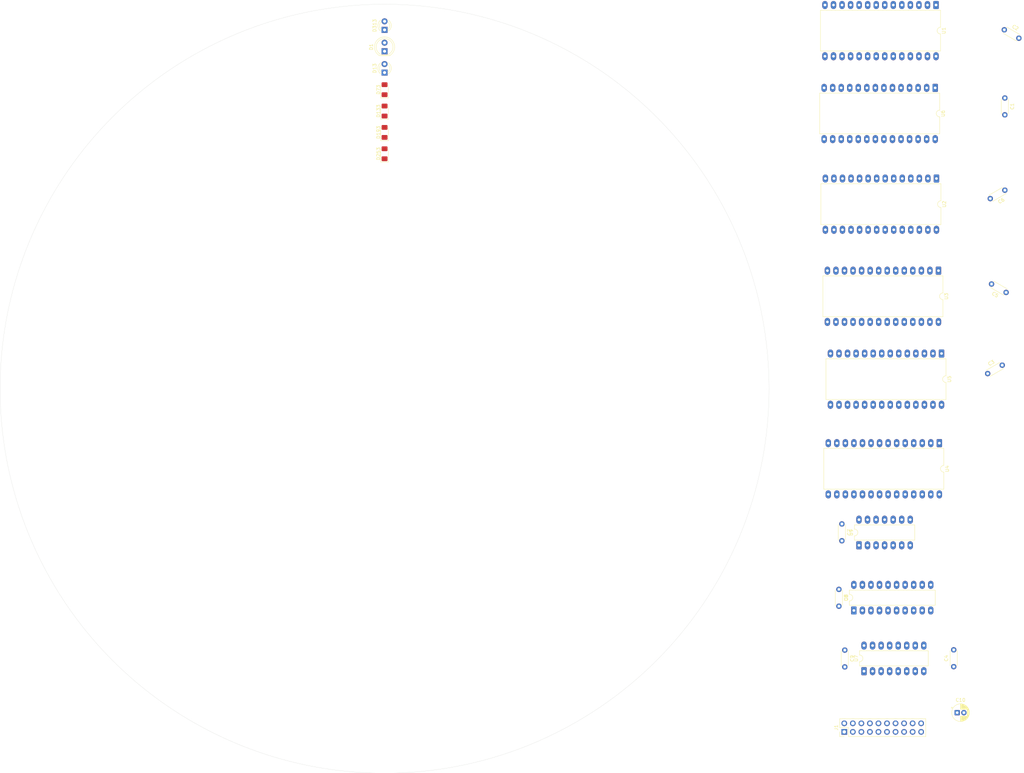
<source format=kicad_pcb>
(kicad_pcb (version 20241229) (generator "pcbnew") (generator_version "9.0")
  (layers (0 "F.Cu" signal) (2 "B.Cu" signal) (13 "F.Paste" user) (15 "B.Paste" user) (5 "F.SilkS" user "F.Silkscreen") (7 "B.SilkS" user "B.Silkscreen") (1 "F.Mask" user) (3 "B.Mask" user) (25 "Edge.Cuts" user))
  (net 0 "")
  (net 1 "Net-(J1-Pin_6)")
  (net 2 "GND")
  (net 3 "Net-(J1-Pin_14)")
  (net 4 "Net-(J1-Pin_9)")
  (net 5 "Net-(J1-Pin_16)")
  (net 6 "Net-(J1-Pin_7)")
  (net 7 "Net-(J1-Pin_8)")
  (net 8 "/A0")
  (net 9 "Net-(J1-Pin_12)")
  (net 10 "Net-(J1-Pin_15)")
  (net 11 "Net-(J1-Pin_13)")
  (net 12 "/~{WR}")
  (net 13 "/A2")
  (net 14 "/R5_X0")
  (net 15 "/R5_Y0")
  (net 16 "/R5_X1")
  (net 17 "/R5_X2")
  (net 18 "/R5_X3")
  (net 19 "/R5_X4")
  (net 20 "/R5_X5")
  (net 21 "/R5_X6")
  (net 22 "/R5_X7")
  (net 23 "/R5_Y1")
  (net 24 "/R5_Y2")
  (net 25 "/R5_Y3")
  (net 26 "/R5_Y4")
  (net 27 "/R5_Y5")
  (net 28 "/R5_Y6")
  (net 29 "/R5_Y7")
  (net 30 "/R4_Y0")
  (net 31 "/R4_X0")
  (net 32 "/R4_X1")
  (net 33 "/R4_X2")
  (net 34 "/R4_X3")
  (net 35 "/R4_X4")
  (net 36 "/R4_X5")
  (net 37 "/R4_X6")
  (net 38 "/R4_X7")
  (net 39 "/R4_Y1")
  (net 40 "/R4_Y2")
  (net 41 "/R4_Y3")
  (net 42 "/R4_Y4")
  (net 43 "/R4_Y5")
  (net 44 "/R4_Y6")
  (net 45 "/R4_Y7")
  (net 46 "/R3_Y0")
  (net 47 "/R3_X0")
  (net 48 "/R3_X1")
  (net 49 "/R3_X2")
  (net 50 "/R3_X3")
  (net 51 "/R3_X4")
  (net 52 "/R3_X5")
  (net 53 "/R3_X6")
  (net 54 "/R3_X7")
  (net 55 "/R3_Y1")
  (net 56 "/R3_Y2")
  (net 57 "/R3_Y3")
  (net 58 "/R3_Y4")
  (net 59 "/R3_Y5")
  (net 60 "/R3_Y6")
  (net 61 "/R3_Y7")
  (net 62 "/R2_X0")
  (net 63 "/R2_Y0")
  (net 64 "/R2_X1")
  (net 65 "/R2_X2")
  (net 66 "/R2_X3")
  (net 67 "/R2_X4")
  (net 68 "/R2_X5")
  (net 69 "/R2_X6")
  (net 70 "/R2_X7")
  (net 71 "/R2_Y1")
  (net 72 "/R2_Y2")
  (net 73 "/R2_Y3")
  (net 74 "/R2_Y4")
  (net 75 "/R2_Y5")
  (net 76 "/R2_Y6")
  (net 77 "/R2_Y7")
  (net 78 "/R1_Y0")
  (net 79 "/R1_X0")
  (net 80 "/R1_X1")
  (net 81 "/R1_X2")
  (net 82 "/R1_X3")
  (net 83 "/R1_X4")
  (net 84 "/R1_X5")
  (net 85 "/R1_X6")
  (net 86 "/R1_X7")
  (net 87 "/R1_Y1")
  (net 88 "/R1_Y2")
  (net 89 "/R1_Y3")
  (net 90 "/R1_Y4")
  (net 91 "/R1_Y5")
  (net 92 "/R1_Y6")
  (net 93 "/R1_Y7")
  (net 94 "VCC")
  (net 95 "/A1")
  (net 96 "/D4")
  (net 97 "/D1")
  (net 98 "/D7")
  (net 99 "/MODE")
  (net 100 "/D5")
  (net 101 "/D3")
  (net 102 "/D0")
  (net 103 "/D6")
  (net 104 "/~{RING7}")
  (net 105 "/D2")
  (net 106 "/~{RING5}")
  (net 107 "/~{RING4}")
  (net 108 "/~{RING3}")
  (net 109 "/~{RING2}")
  (net 110 "/~{RING1}")
  (net 113 "/R7_Y0")
  (net 114 "/R7_X0")
  (net 115 "/R7_X1")
  (net 116 "/R7_X2")
  (net 117 "/R7_X3")
  (net 118 "/R7_X4")
  (net 119 "/R7_X5")
  (net 120 "/R7_X6")
  (net 121 "/R7_X7")
  (net 122 "/R7_Y1")
  (net 123 "/R7_Y2")
  (net 124 "/R7_Y3")
  (net 125 "/R7_Y4")
  (net 126 "/R7_Y5")
  (net 127 "/R7_Y6")
  (net 128 "/R7_Y7")
  (footprint "Connector_PinHeader_2.54mm:PinHeader_2x10_P2.54mm_Vertical" (layer "F.Cu") (at 390.665 279.815 90)
    (property "Reference" "J1" (at 1.27 -2.38 90) (layer "F.SilkS"))
    (property "Value" "CONN_2X10")
    (pad "1" thru_hole rect (at 0 0 90) (size 1.7 1.7) (drill 1) (layers "*.Cu" "*.Mask") (net 94 "VCC"))
    (pad "2" thru_hole circle (at 2.54 0 90) (size 1.7 1.7) (drill 1) (layers "*.Cu" "*.Mask") (net 94 "VCC"))
    (pad "3" thru_hole circle (at 0 2.54 90) (size 1.7 1.7) (drill 1) (layers "*.Cu" "*.Mask") (net 94 "VCC"))
    (pad "4" thru_hole circle (at 2.54 2.54 90) (size 1.7 1.7) (drill 1) (layers "*.Cu" "*.Mask") (net 2 "GND"))
    (pad "5" thru_hole circle (at 0 5.08 90) (size 1.7 1.7) (drill 1) (layers "*.Cu" "*.Mask") (net 2 "GND"))
    (pad "6" thru_hole circle (at 2.54 5.08 90) (size 1.7 1.7) (drill 1) (layers "*.Cu" "*.Mask") (net 1 "Net-(J1-Pin_6)"))
    (pad "7" thru_hole circle (at 0 7.62 90) (size 1.7 1.7) (drill 1) (layers "*.Cu" "*.Mask") (net 6 "Net-(J1-Pin_7)"))
    (pad "8" thru_hole circle (at 2.54 7.62 90) (size 1.7 1.7) (drill 1) (layers "*.Cu" "*.Mask") (net 7 "Net-(J1-Pin_8)"))
    (pad "9" thru_hole circle (at 0 10.16 90) (size 1.7 1.7) (drill 1) (layers "*.Cu" "*.Mask") (net 4 "Net-(J1-Pin_9)"))
    (pad "10" thru_hole circle (at 2.54 10.16 90) (size 1.7 1.7) (drill 1) (layers "*.Cu" "*.Mask") (net 2 "GND"))
    (pad "11" thru_hole circle (at 0 12.7 90) (size 1.7 1.7) (drill 1) (layers "*.Cu" "*.Mask") (net 2 "GND"))
    (pad "12" thru_hole circle (at 2.54 12.7 90) (size 1.7 1.7) (drill 1) (layers "*.Cu" "*.Mask") (net 9 "Net-(J1-Pin_12)"))
    (pad "13" thru_hole circle (at 0 15.24 90) (size 1.7 1.7) (drill 1) (layers "*.Cu" "*.Mask") (net 11 "Net-(J1-Pin_13)"))
    (pad "14" thru_hole circle (at 2.54 15.24 90) (size 1.7 1.7) (drill 1) (layers "*.Cu" "*.Mask") (net 3 "Net-(J1-Pin_14)"))
    (pad "15" thru_hole circle (at 0 17.78 90) (size 1.7 1.7) (drill 1) (layers "*.Cu" "*.Mask") (net 10 "Net-(J1-Pin_15)"))
    (pad "16" thru_hole circle (at 2.54 17.78 90) (size 1.7 1.7) (drill 1) (layers "*.Cu" "*.Mask") (net 5 "Net-(J1-Pin_16)"))
    (pad "17" thru_hole circle (at 0 20.32 90) (size 1.7 1.7) (drill 1) (layers "*.Cu" "*.Mask") (net 12 "/~{WR}"))
    (pad "18" thru_hole circle (at 2.54 20.32 90) (size 1.7 1.7) (drill 1) (layers "*.Cu" "*.Mask") (net 13 "/A2"))
    (pad "19" thru_hole circle (at 0 22.86 90) (size 1.7 1.7) (drill 1) (layers "*.Cu" "*.Mask") (net 95 "/A1"))
    (pad "20" thru_hole circle (at 2.54 22.86 90) (size 1.7 1.7) (drill 1) (layers "*.Cu" "*.Mask") (net 8 "/A0"))
  )
  (footprint "LED_THT:LED_D3.0mm" (layer "F.Cu") (at 254 83.82 90)
    (property "Reference" "D13" (at 1.27 -2.96 90) (layer "F.SilkS"))
    (property "Value" "LED")
    (pad "1" thru_hole rect (at 0 0 90) (size 1.8 1.8) (drill 0.9) (layers "*.Cu" "*.Mask") (net 15 "/R5_Y0"))
    (pad "2" thru_hole circle (at 2.54 0 90) (size 1.8 1.8) (drill 0.9) (layers "*.Cu" "*.Mask") (net 14 "/R5_X0"))
  )
  (footprint "Package_DIP:DIP-28_W15.24mm_LongPads" (layer "F.Cu") (at 417.695 88.36 -90)
    (property "Reference" "U6" (at 7.62 -2.33 90) (layer "F.SilkS"))
    (property "Value" "ICM7218A")
    (pad "1" thru_hole roundrect (at 0 0 270) (size 2.4 1.6) (drill 0.8) (layers "*.Cu" "*.Mask") (roundrect_rratio 0.15625) (net 88 "/R1_Y2"))
    (pad "2" thru_hole oval (at 0 2.54 270) (size 2.4 1.6) (drill 0.8) (layers "*.Cu" "*.Mask") (net 90 "/R1_Y4"))
    (pad "3" thru_hole oval (at 0 5.08 270) (size 2.4 1.6) (drill 0.8) (layers "*.Cu" "*.Mask") (net 87 "/R1_Y1"))
    (pad "4" thru_hole oval (at 0 7.62 270) (size 2.4 1.6) (drill 0.8) (layers "*.Cu" "*.Mask") (net 93 "/R1_Y7"))
    (pad "5" thru_hole oval (at 0 10.16 270) (size 2.4 1.6) (drill 0.8) (layers "*.Cu" "*.Mask") (net 103 "/D6"))
    (pad "6" thru_hole oval (at 0 12.7 270) (size 2.4 1.6) (drill 0.8) (layers "*.Cu" "*.Mask") (net 100 "/D5"))
    (pad "7" thru_hole oval (at 0 15.24 270) (size 2.4 1.6) (drill 0.8) (layers "*.Cu" "*.Mask") (net 98 "/D7"))
    (pad "8" thru_hole oval (at 0 17.78 270) (size 2.4 1.6) (drill 0.8) (layers "*.Cu" "*.Mask") (net 110 "/~{RING1}"))
    (pad "9" thru_hole oval (at 0 20.32 270) (size 2.4 1.6) (drill 0.8) (layers "*.Cu" "*.Mask") (net 99 "/MODE"))
    (pad "10" thru_hole oval (at 0 22.86 270) (size 2.4 1.6) (drill 0.8) (layers "*.Cu" "*.Mask") (net 96 "/D4"))
    (pad "11" thru_hole oval (at 0 25.4 270) (size 2.4 1.6) (drill 0.8) (layers "*.Cu" "*.Mask") (net 97 "/D1"))
    (pad "12" thru_hole oval (at 0 27.94 270) (size 2.4 1.6) (drill 0.8) (layers "*.Cu" "*.Mask") (net 102 "/D0"))
    (pad "13" thru_hole oval (at 0 30.48 270) (size 2.4 1.6) (drill 0.8) (layers "*.Cu" "*.Mask") (net 105 "/D2"))
    (pad "14" thru_hole oval (at 0 33.02 270) (size 2.4 1.6) (drill 0.8) (layers "*.Cu" "*.Mask") (net 101 "/D3"))
    (pad "15" thru_hole oval (at 15.24 33.02 270) (size 2.4 1.6) (drill 0.8) (layers "*.Cu" "*.Mask") (net 79 "/R1_X0"))
    (pad "16" thru_hole oval (at 15.24 30.48 270) (size 2.4 1.6) (drill 0.8) (layers "*.Cu" "*.Mask") (net 80 "/R1_X1"))
    (pad "17" thru_hole oval (at 15.24 27.94 270) (size 2.4 1.6) (drill 0.8) (layers "*.Cu" "*.Mask") (net 83 "/R1_X4"))
    (pad "18" thru_hole oval (at 15.24 25.4 270) (size 2.4 1.6) (drill 0.8) (layers "*.Cu" "*.Mask") (net 86 "/R1_X7"))
    (pad "19" thru_hole oval (at 15.24 22.86 270) (size 2.4 1.6) (drill 0.8) (layers "*.Cu" "*.Mask") (net 94 "VCC"))
    (pad "20" thru_hole oval (at 15.24 20.32 270) (size 2.4 1.6) (drill 0.8) (layers "*.Cu" "*.Mask") (net 82 "/R1_X3"))
    (pad "21" thru_hole oval (at 15.24 17.78 270) (size 2.4 1.6) (drill 0.8) (layers "*.Cu" "*.Mask") (net 85 "/R1_X6"))
    (pad "22" thru_hole oval (at 15.24 15.24 270) (size 2.4 1.6) (drill 0.8) (layers "*.Cu" "*.Mask") (net 84 "/R1_X5"))
    (pad "23" thru_hole oval (at 15.24 12.7 270) (size 2.4 1.6) (drill 0.8) (layers "*.Cu" "*.Mask") (net 81 "/R1_X2"))
    (pad "24" thru_hole oval (at 15.24 10.16 270) (size 2.4 1.6) (drill 0.8) (layers "*.Cu" "*.Mask") (net 91 "/R1_Y5"))
    (pad "25" thru_hole oval (at 15.24 7.62 270) (size 2.4 1.6) (drill 0.8) (layers "*.Cu" "*.Mask") (net 89 "/R1_Y3"))
    (pad "26" thru_hole oval (at 15.24 5.08 270) (size 2.4 1.6) (drill 0.8) (layers "*.Cu" "*.Mask") (net 92 "/R1_Y6"))
    (pad "27" thru_hole oval (at 15.24 2.54 270) (size 2.4 1.6) (drill 0.8) (layers "*.Cu" "*.Mask") (net 78 "/R1_Y0"))
    (pad "28" thru_hole oval (at 15.24 0 270) (size 2.4 1.6) (drill 0.8) (layers "*.Cu" "*.Mask") (net 2 "GND"))
  )
  (footprint "Package_DIP:DIP-28_W15.24mm_LongPads" (layer "F.Cu") (at 418.67 142.7 -90)
    (property "Reference" "U3" (at 7.62 -2.33 90) (layer "F.SilkS"))
    (property "Value" "ICM7218A")
    (pad "1" thru_hole roundrect (at 0 0 270) (size 2.4 1.6) (drill 0.8) (layers "*.Cu" "*.Mask") (roundrect_rratio 0.15625) (net 40 "/R4_Y2"))
    (pad "2" thru_hole oval (at 0 2.54 270) (size 2.4 1.6) (drill 0.8) (layers "*.Cu" "*.Mask") (net 42 "/R4_Y4"))
    (pad "3" thru_hole oval (at 0 5.08 270) (size 2.4 1.6) (drill 0.8) (layers "*.Cu" "*.Mask") (net 39 "/R4_Y1"))
    (pad "4" thru_hole oval (at 0 7.62 270) (size 2.4 1.6) (drill 0.8) (layers "*.Cu" "*.Mask") (net 45 "/R4_Y7"))
    (pad "5" thru_hole oval (at 0 10.16 270) (size 2.4 1.6) (drill 0.8) (layers "*.Cu" "*.Mask") (net 103 "/D6"))
    (pad "6" thru_hole oval (at 0 12.7 270) (size 2.4 1.6) (drill 0.8) (layers "*.Cu" "*.Mask") (net 100 "/D5"))
    (pad "7" thru_hole oval (at 0 15.24 270) (size 2.4 1.6) (drill 0.8) (layers "*.Cu" "*.Mask") (net 98 "/D7"))
    (pad "8" thru_hole oval (at 0 17.78 270) (size 2.4 1.6) (drill 0.8) (layers "*.Cu" "*.Mask") (net 107 "/~{RING4}"))
    (pad "9" thru_hole oval (at 0 20.32 270) (size 2.4 1.6) (drill 0.8) (layers "*.Cu" "*.Mask") (net 99 "/MODE"))
    (pad "10" thru_hole oval (at 0 22.86 270) (size 2.4 1.6) (drill 0.8) (layers "*.Cu" "*.Mask") (net 96 "/D4"))
    (pad "11" thru_hole oval (at 0 25.4 270) (size 2.4 1.6) (drill 0.8) (layers "*.Cu" "*.Mask") (net 97 "/D1"))
    (pad "12" thru_hole oval (at 0 27.94 270) (size 2.4 1.6) (drill 0.8) (layers "*.Cu" "*.Mask") (net 102 "/D0"))
    (pad "13" thru_hole oval (at 0 30.48 270) (size 2.4 1.6) (drill 0.8) (layers "*.Cu" "*.Mask") (net 105 "/D2"))
    (pad "14" thru_hole oval (at 0 33.02 270) (size 2.4 1.6) (drill 0.8) (layers "*.Cu" "*.Mask") (net 101 "/D3"))
    (pad "15" thru_hole oval (at 15.24 33.02 270) (size 2.4 1.6) (drill 0.8) (layers "*.Cu" "*.Mask") (net 31 "/R4_X0"))
    (pad "16" thru_hole oval (at 15.24 30.48 270) (size 2.4 1.6) (drill 0.8) (layers "*.Cu" "*.Mask") (net 32 "/R4_X1"))
    (pad "17" thru_hole oval (at 15.24 27.94 270) (size 2.4 1.6) (drill 0.8) (layers "*.Cu" "*.Mask") (net 35 "/R4_X4"))
    (pad "18" thru_hole oval (at 15.24 25.4 270) (size 2.4 1.6) (drill 0.8) (layers "*.Cu" "*.Mask") (net 38 "/R4_X7"))
    (pad "19" thru_hole oval (at 15.24 22.86 270) (size 2.4 1.6) (drill 0.8) (layers "*.Cu" "*.Mask") (net 94 "VCC"))
    (pad "20" thru_hole oval (at 15.24 20.32 270) (size 2.4 1.6) (drill 0.8) (layers "*.Cu" "*.Mask") (net 34 "/R4_X3"))
    (pad "21" thru_hole oval (at 15.24 17.78 270) (size 2.4 1.6) (drill 0.8) (layers "*.Cu" "*.Mask") (net 37 "/R4_X6"))
    (pad "22" thru_hole oval (at 15.24 15.24 270) (size 2.4 1.6) (drill 0.8) (layers "*.Cu" "*.Mask") (net 36 "/R4_X5"))
    (pad "23" thru_hole oval (at 15.24 12.7 270) (size 2.4 1.6) (drill 0.8) (layers "*.Cu" "*.Mask") (net 33 "/R4_X2"))
    (pad "24" thru_hole oval (at 15.24 10.16 270) (size 2.4 1.6) (drill 0.8) (layers "*.Cu" "*.Mask") (net 43 "/R4_Y5"))
    (pad "25" thru_hole oval (at 15.24 7.62 270) (size 2.4 1.6) (drill 0.8) (layers "*.Cu" "*.Mask") (net 41 "/R4_Y3"))
    (pad "26" thru_hole oval (at 15.24 5.08 270) (size 2.4 1.6) (drill 0.8) (layers "*.Cu" "*.Mask") (net 44 "/R4_Y6"))
    (pad "27" thru_hole oval (at 15.24 2.54 270) (size 2.4 1.6) (drill 0.8) (layers "*.Cu" "*.Mask") (net 30 "/R4_Y0"))
    (pad "28" thru_hole oval (at 15.24 0 270) (size 2.4 1.6) (drill 0.8) (layers "*.Cu" "*.Mask") (net 2 "GND"))
  )
  (footprint "LED_SMD:LED_1206_3216Metric_Pad1.42x1.75mm_HandSolder" (layer "F.Cu") (at 254 88.9 90)
    (property "Reference" "D73" (at 0 -1.83 90) (layer "F.SilkS"))
    (property "Value" "LED")
    (pad "1" smd roundrect (at -1.4875 0 90) (size 1.425 1.75) (layers "F.Cu" "F.Mask" "F.Paste") (roundrect_rratio 0.175439) (net 30 "/R4_Y0"))
    (pad "2" smd roundrect (at 1.4875 0 90) (size 1.425 1.75) (layers "F.Cu" "F.Mask" "F.Paste") (roundrect_rratio 0.175439) (net 31 "/R4_X0"))
  )
  (footprint "LED_SMD:LED_1206_3216Metric_Pad1.42x1.75mm_HandSolder" (layer "F.Cu") (at 254 95.25 90)
    (property "Reference" "D133" (at 0 -1.83 90) (layer "F.SilkS"))
    (property "Value" "LED")
    (pad "1" smd roundrect (at -1.4875 0 90) (size 1.425 1.75) (layers "F.Cu" "F.Mask" "F.Paste") (roundrect_rratio 0.175439) (net 46 "/R3_Y0"))
    (pad "2" smd roundrect (at 1.4875 0 90) (size 1.425 1.75) (layers "F.Cu" "F.Mask" "F.Paste") (roundrect_rratio 0.175439) (net 47 "/R3_X0"))
  )
  (footprint "LED_SMD:LED_1206_3216Metric_Pad1.42x1.75mm_HandSolder" (layer "F.Cu") (at 254 107.95 90)
    (property "Reference" "D253" (at 0 -1.83 90) (layer "F.SilkS"))
    (property "Value" "LED")
    (pad "1" smd roundrect (at -1.4875 0 90) (size 1.425 1.75) (layers "F.Cu" "F.Mask" "F.Paste") (roundrect_rratio 0.175439) (net 78 "/R1_Y0"))
    (pad "2" smd roundrect (at 1.4875 0 90) (size 1.425 1.75) (layers "F.Cu" "F.Mask" "F.Paste") (roundrect_rratio 0.175439) (net 79 "/R1_X0"))
  )
  (footprint "Package_DIP:DIP-28_W15.24mm_LongPads" (layer "F.Cu") (at 419.575 167.335 -90)
    (property "Reference" "U5" (at 7.62 -2.33 90) (layer "F.SilkS"))
    (property "Value" "ICM7218A")
    (pad "1" thru_hole roundrect (at 0 0 270) (size 2.4 1.6) (drill 0.8) (layers "*.Cu" "*.Mask") (roundrect_rratio 0.15625) (net 72 "/R2_Y2"))
    (pad "2" thru_hole oval (at 0 2.54 270) (size 2.4 1.6) (drill 0.8) (layers "*.Cu" "*.Mask") (net 74 "/R2_Y4"))
    (pad "3" thru_hole oval (at 0 5.08 270) (size 2.4 1.6) (drill 0.8) (layers "*.Cu" "*.Mask") (net 71 "/R2_Y1"))
    (pad "4" thru_hole oval (at 0 7.62 270) (size 2.4 1.6) (drill 0.8) (layers "*.Cu" "*.Mask") (net 77 "/R2_Y7"))
    (pad "5" thru_hole oval (at 0 10.16 270) (size 2.4 1.6) (drill 0.8) (layers "*.Cu" "*.Mask") (net 103 "/D6"))
    (pad "6" thru_hole oval (at 0 12.7 270) (size 2.4 1.6) (drill 0.8) (layers "*.Cu" "*.Mask") (net 100 "/D5"))
    (pad "7" thru_hole oval (at 0 15.24 270) (size 2.4 1.6) (drill 0.8) (layers "*.Cu" "*.Mask") (net 98 "/D7"))
    (pad "8" thru_hole oval (at 0 17.78 270) (size 2.4 1.6) (drill 0.8) (layers "*.Cu" "*.Mask") (net 109 "/~{RING2}"))
    (pad "9" thru_hole oval (at 0 20.32 270) (size 2.4 1.6) (drill 0.8) (layers "*.Cu" "*.Mask") (net 99 "/MODE"))
    (pad "10" thru_hole oval (at 0 22.86 270) (size 2.4 1.6) (drill 0.8) (layers "*.Cu" "*.Mask") (net 96 "/D4"))
    (pad "11" thru_hole oval (at 0 25.4 270) (size 2.4 1.6) (drill 0.8) (layers "*.Cu" "*.Mask") (net 97 "/D1"))
    (pad "12" thru_hole oval (at 0 27.94 270) (size 2.4 1.6) (drill 0.8) (layers "*.Cu" "*.Mask") (net 102 "/D0"))
    (pad "13" thru_hole oval (at 0 30.48 270) (size 2.4 1.6) (drill 0.8) (layers "*.Cu" "*.Mask") (net 105 "/D2"))
    (pad "14" thru_hole oval (at 0 33.02 270) (size 2.4 1.6) (drill 0.8) (layers "*.Cu" "*.Mask") (net 101 "/D3"))
    (pad "15" thru_hole oval (at 15.24 33.02 270) (size 2.4 1.6) (drill 0.8) (layers "*.Cu" "*.Mask") (net 62 "/R2_X0"))
    (pad "16" thru_hole oval (at 15.24 30.48 270) (size 2.4 1.6) (drill 0.8) (layers "*.Cu" "*.Mask") (net 64 "/R2_X1"))
    (pad "17" thru_hole oval (at 15.24 27.94 270) (size 2.4 1.6) (drill 0.8) (layers "*.Cu" "*.Mask") (net 67 "/R2_X4"))
    (pad "18" thru_hole oval (at 15.24 25.4 270) (size 2.4 1.6) (drill 0.8) (layers "*.Cu" "*.Mask") (net 70 "/R2_X7"))
    (pad "19" thru_hole oval (at 15.24 22.86 270) (size 2.4 1.6) (drill 0.8) (layers "*.Cu" "*.Mask") (net 94 "VCC"))
    (pad "20" thru_hole oval (at 15.24 20.32 270) (size 2.4 1.6) (drill 0.8) (layers "*.Cu" "*.Mask") (net 66 "/R2_X3"))
    (pad "21" thru_hole oval (at 15.24 17.78 270) (size 2.4 1.6) (drill 0.8) (layers "*.Cu" "*.Mask") (net 69 "/R2_X6"))
    (pad "22" thru_hole oval (at 15.24 15.24 270) (size 2.4 1.6) (drill 0.8) (layers "*.Cu" "*.Mask") (net 68 "/R2_X5"))
    (pad "23" thru_hole oval (at 15.24 12.7 270) (size 2.4 1.6) (drill 0.8) (layers "*.Cu" "*.Mask") (net 65 "/R2_X2"))
    (pad "24" thru_hole oval (at 15.24 10.16 270) (size 2.4 1.6) (drill 0.8) (layers "*.Cu" "*.Mask") (net 75 "/R2_Y5"))
    (pad "25" thru_hole oval (at 15.24 7.62 270) (size 2.4 1.6) (drill 0.8) (layers "*.Cu" "*.Mask") (net 73 "/R2_Y3"))
    (pad "26" thru_hole oval (at 15.24 5.08 270) (size 2.4 1.6) (drill 0.8) (layers "*.Cu" "*.Mask") (net 76 "/R2_Y6"))
    (pad "27" thru_hole oval (at 15.24 2.54 270) (size 2.4 1.6) (drill 0.8) (layers "*.Cu" "*.Mask") (net 63 "/R2_Y0"))
    (pad "28" thru_hole oval (at 15.24 0 270) (size 2.4 1.6) (drill 0.8) (layers "*.Cu" "*.Mask") (net 2 "GND"))
  )
  (footprint "Capacitor_THT:C_Disc_D4.3mm_W1.9mm_P5.00mm" (layer "F.Cu") (at 438.4 118.775 -150)
    (property "Reference" "C6" (at 2.5 -2.2 30) (layer "F.SilkS"))
    (property "Value" "0.1uF")
    (pad "1" thru_hole circle (at 0 0 210) (size 1.6 1.6) (drill 0.8) (layers "*.Cu" "*.Mask") (net 94 "VCC"))
    (pad "2" thru_hole circle (at 5 0 210) (size 1.6 1.6) (drill 0.8) (layers "*.Cu" "*.Mask") (net 2 "GND"))
  )
  (footprint "Capacitor_THT:C_Disc_D4.3mm_W1.9mm_P5.00mm" (layer "F.Cu") (at 423.2 260.425 90)
    (property "Reference" "C4" (at 2.5 -2.2 90) (layer "F.SilkS"))
    (property "Value" "0.1uF")
    (pad "1" thru_hole circle (at 0 0 90) (size 1.6 1.6) (drill 0.8) (layers "*.Cu" "*.Mask") (net 94 "VCC"))
    (pad "2" thru_hole circle (at 5 0 90) (size 1.6 1.6) (drill 0.8) (layers "*.Cu" "*.Mask") (net 2 "GND"))
  )
  (footprint "Capacitor_THT:C_Disc_D4.3mm_W1.9mm_P5.00mm" (layer "F.Cu") (at 389.955 218 -90)
    (property "Reference" "C7" (at 2.5 -2.2 90) (layer "F.SilkS"))
    (property "Value" "0.1uF")
    (pad "1" thru_hole circle (at 0 0 270) (size 1.6 1.6) (drill 0.8) (layers "*.Cu" "*.Mask") (net 94 "VCC"))
    (pad "2" thru_hole circle (at 5 0 270) (size 1.6 1.6) (drill 0.8) (layers "*.Cu" "*.Mask") (net 2 "GND"))
  )
  (footprint "Package_DIP:DIP-14_W7.62mm_LongPads" (layer "F.Cu") (at 395.035 224.35 90)
    (property "Reference" "U9" (at 3.81 -2.33 90) (layer "F.SilkS"))
    (property "Value" "74LS125")
    (pad "1" thru_hole roundrect (at 0 0 90) (size 2.4 1.6) (drill 0.8) (layers "*.Cu" "*.Mask") (roundrect_rratio 0.15625) (net 2 "GND"))
    (pad "2" thru_hole oval (at 0 2.54 90) (size 2.4 1.6) (drill 0.8) (layers "*.Cu" "*.Mask") (net 5 "Net-(J1-Pin_16)"))
    (pad "3" thru_hole oval (at 0 5.08 90) (size 2.4 1.6) (drill 0.8) (layers "*.Cu" "*.Mask") (net 99 "/MODE"))
    (pad "4" thru_hole oval (at 0 7.62 90) (size 2.4 1.6) (drill 0.8) (layers "*.Cu" "*.Mask"))
    (pad "5" thru_hole oval (at 0 10.16 90) (size 2.4 1.6) (drill 0.8) (layers "*.Cu" "*.Mask"))
    (pad "6" thru_hole oval (at 0 12.7 90) (size 2.4 1.6) (drill 0.8) (layers "*.Cu" "*.Mask"))
    (pad "7" thru_hole oval (at 0 15.24 90) (size 2.4 1.6) (drill 0.8) (layers "*.Cu" "*.Mask") (net 2 "GND"))
    (pad "8" thru_hole oval (at 7.62 15.24 90) (size 2.4 1.6) (drill 0.8) (layers "*.Cu" "*.Mask"))
    (pad "9" thru_hole oval (at 7.62 12.7 90) (size 2.4 1.6) (drill 0.8) (layers "*.Cu" "*.Mask"))
    (pad "10" thru_hole oval (at 7.62 10.16 90) (size 2.4 1.6) (drill 0.8) (layers "*.Cu" "*.Mask"))
    (pad "11" thru_hole oval (at 7.62 7.62 90) (size 2.4 1.6) (drill 0.8) (layers "*.Cu" "*.Mask"))
    (pad "12" thru_hole oval (at 7.62 5.08 90) (size 2.4 1.6) (drill 0.8) (layers "*.Cu" "*.Mask"))
    (pad "13" thru_hole oval (at 7.62 2.54 90) (size 2.4 1.6) (drill 0.8) (layers "*.Cu" "*.Mask"))
    (pad "14" thru_hole oval (at 7.62 0 90) (size 2.4 1.6) (drill 0.8) (layers "*.Cu" "*.Mask") (net 94 "VCC"))
  )
  (footprint "Capacitor_THT:C_Disc_D4.3mm_W1.9mm_P5.00mm" (layer "F.Cu") (at 390.815 255.505 -90)
    (property "Reference" "C9" (at 2.5 -2.2 90) (layer "F.SilkS"))
    (property "Value" "0.1uF")
    (pad "1" thru_hole circle (at 0 0 270) (size 1.6 1.6) (drill 0.8) (layers "*.Cu" "*.Mask") (net 94 "VCC"))
    (pad "2" thru_hole circle (at 5 0 270) (size 1.6 1.6) (drill 0.8) (layers "*.Cu" "*.Mask") (net 2 "GND"))
  )
  (footprint "LED_SMD:LED_1206_3216Metric_Pad1.42x1.75mm_HandSolder" (layer "F.Cu") (at 254 101.6 90)
    (property "Reference" "D193" (at 0 -1.83 90) (layer "F.SilkS"))
    (property "Value" "LED")
    (pad "1" smd roundrect (at -1.4875 0 90) (size 1.425 1.75) (layers "F.Cu" "F.Mask" "F.Paste") (roundrect_rratio 0.175439) (net 63 "/R2_Y0"))
    (pad "2" smd roundrect (at 1.4875 0 90) (size 1.425 1.75) (layers "F.Cu" "F.Mask" "F.Paste") (roundrect_rratio 0.175439) (net 62 "/R2_X0"))
  )
  (footprint "Capacitor_THT:C_Disc_D4.3mm_W1.9mm_P5.00mm" (layer "F.Cu") (at 438.775 149.175 150)
    (property "Reference" "C5" (at 2.5 -2.2 150) (layer "F.SilkS"))
    (property "Value" "0.1uF")
    (pad "1" thru_hole circle (at 0 0 150) (size 1.6 1.6) (drill 0.8) (layers "*.Cu" "*.Mask") (net 94 "VCC"))
    (pad "2" thru_hole circle (at 5 0 150) (size 1.6 1.6) (drill 0.8) (layers "*.Cu" "*.Mask") (net 2 "GND"))
  )
  (footprint "Package_DIP:DIP-20_W7.62mm_LongPads" (layer "F.Cu") (at 393.515 243.725 90)
    (property "Reference" "U8" (at 3.81 -2.33 90) (layer "F.SilkS"))
    (property "Value" "74LS244")
    (pad "1" thru_hole roundrect (at 0 0 90) (size 2.4 1.6) (drill 0.8) (layers "*.Cu" "*.Mask") (roundrect_rratio 0.15625) (net 2 "GND"))
    (pad "2" thru_hole oval (at 0 2.54 90) (size 2.4 1.6) (drill 0.8) (layers "*.Cu" "*.Mask") (net 10 "Net-(J1-Pin_15)"))
    (pad "3" thru_hole oval (at 0 5.08 90) (size 2.4 1.6) (drill 0.8) (layers "*.Cu" "*.Mask") (net 98 "/D7"))
    (pad "4" thru_hole oval (at 0 7.62 90) (size 2.4 1.6) (drill 0.8) (layers "*.Cu" "*.Mask") (net 3 "Net-(J1-Pin_14)"))
    (pad "5" thru_hole oval (at 0 10.16 90) (size 2.4 1.6) (drill 0.8) (layers "*.Cu" "*.Mask") (net 103 "/D6"))
    (pad "6" thru_hole oval (at 0 12.7 90) (size 2.4 1.6) (drill 0.8) (layers "*.Cu" "*.Mask") (net 11 "Net-(J1-Pin_13)"))
    (pad "7" thru_hole oval (at 0 15.24 90) (size 2.4 1.6) (drill 0.8) (layers "*.Cu" "*.Mask") (net 100 "/D5"))
    (pad "8" thru_hole oval (at 0 17.78 90) (size 2.4 1.6) (drill 0.8) (layers "*.Cu" "*.Mask") (net 9 "Net-(J1-Pin_12)"))
    (pad "9" thru_hole oval (at 0 20.32 90) (size 2.4 1.6) (drill 0.8) (layers "*.Cu" "*.Mask") (net 96 "/D4"))
    (pad "10" thru_hole oval (at 0 22.86 90) (size 2.4 1.6) (drill 0.8) (layers "*.Cu" "*.Mask") (net 2 "GND"))
    (pad "11" thru_hole oval (at 7.62 22.86 90) (size 2.4 1.6) (drill 0.8) (layers "*.Cu" "*.Mask") (net 4 "Net-(J1-Pin_9)"))
    (pad "12" thru_hole oval (at 7.62 20.32 90) (size 2.4 1.6) (drill 0.8) (layers "*.Cu" "*.Mask") (net 101 "/D3"))
    (pad "13" thru_hole oval (at 7.62 17.78 90) (size 2.4 1.6) (drill 0.8) (layers "*.Cu" "*.Mask") (net 7 "Net-(J1-Pin_8)"))
    (pad "14" thru_hole oval (at 7.62 15.24 90) (size 2.4 1.6) (drill 0.8) (layers "*.Cu" "*.Mask") (net 105 "/D2"))
    (pad "15" thru_hole oval (at 7.62 12.7 90) (size 2.4 1.6) (drill 0.8) (layers "*.Cu" "*.Mask") (net 6 "Net-(J1-Pin_7)"))
    (pad "16" thru_hole oval (at 7.62 10.16 90) (size 2.4 1.6) (drill 0.8) (layers "*.Cu" "*.Mask") (net 97 "/D1"))
    (pad "17" thru_hole oval (at 7.62 7.62 90) (size 2.4 1.6) (drill 0.8) (layers "*.Cu" "*.Mask") (net 1 "Net-(J1-Pin_6)"))
    (pad "18" thru_hole oval (at 7.62 5.08 90) (size 2.4 1.6) (drill 0.8) (layers "*.Cu" "*.Mask") (net 102 "/D0"))
    (pad "19" thru_hole oval (at 7.62 2.54 90) (size 2.4 1.6) (drill 0.8) (layers "*.Cu" "*.Mask") (net 2 "GND"))
    (pad "20" thru_hole oval (at 7.62 0 90) (size 2.4 1.6) (drill 0.8) (layers "*.Cu" "*.Mask") (net 94 "VCC"))
  )
  (footprint "Package_DIP:DIP-28_W15.24mm_LongPads" (layer "F.Cu") (at 418.935 193.975 -90)
    (property "Reference" "U4" (at 7.62 -2.33 90) (layer "F.SilkS"))
    (property "Value" "ICM7218A")
    (pad "1" thru_hole roundrect (at 0 0 270) (size 2.4 1.6) (drill 0.8) (layers "*.Cu" "*.Mask") (roundrect_rratio 0.15625) (net 56 "/R3_Y2"))
    (pad "2" thru_hole oval (at 0 2.54 270) (size 2.4 1.6) (drill 0.8) (layers "*.Cu" "*.Mask") (net 58 "/R3_Y4"))
    (pad "3" thru_hole oval (at 0 5.08 270) (size 2.4 1.6) (drill 0.8) (layers "*.Cu" "*.Mask") (net 55 "/R3_Y1"))
    (pad "4" thru_hole oval (at 0 7.62 270) (size 2.4 1.6) (drill 0.8) (layers "*.Cu" "*.Mask") (net 61 "/R3_Y7"))
    (pad "5" thru_hole oval (at 0 10.16 270) (size 2.4 1.6) (drill 0.8) (layers "*.Cu" "*.Mask") (net 103 "/D6"))
    (pad "6" thru_hole oval (at 0 12.7 270) (size 2.4 1.6) (drill 0.8) (layers "*.Cu" "*.Mask") (net 100 "/D5"))
    (pad "7" thru_hole oval (at 0 15.24 270) (size 2.4 1.6) (drill 0.8) (layers "*.Cu" "*.Mask") (net 98 "/D7"))
    (pad "8" thru_hole oval (at 0 17.78 270) (size 2.4 1.6) (drill 0.8) (layers "*.Cu" "*.Mask") (net 108 "/~{RING3}"))
    (pad "9" thru_hole oval (at 0 20.32 270) (size 2.4 1.6) (drill 0.8) (layers "*.Cu" "*.Mask") (net 99 "/MODE"))
    (pad "10" thru_hole oval (at 0 22.86 270) (size 2.4 1.6) (drill 0.8) (layers "*.Cu" "*.Mask") (net 96 "/D4"))
    (pad "11" thru_hole oval (at 0 25.4 270) (size 2.4 1.6) (drill 0.8) (layers "*.Cu" "*.Mask") (net 97 "/D1"))
    (pad "12" thru_hole oval (at 0 27.94 270) (size 2.4 1.6) (drill 0.8) (layers "*.Cu" "*.Mask") (net 102 "/D0"))
    (pad "13" thru_hole oval (at 0 30.48 270) (size 2.4 1.6) (drill 0.8) (layers "*.Cu" "*.Mask") (net 105 "/D2"))
    (pad "14" thru_hole oval (at 0 33.02 270) (size 2.4 1.6) (drill 0.8) (layers "*.Cu" "*.Mask") (net 101 "/D3"))
    (pad "15" thru_hole oval (at 15.24 33.02 270) (size 2.4 1.6) (drill 0.8) (layers "*.Cu" "*.Mask") (net 47 "/R3_X0"))
    (pad "16" thru_hole oval (at 15.24 30.48 270) (size 2.4 1.6) (drill 0.8) (layers "*.Cu" "*.Mask") (net 48 "/R3_X1"))
    (pad "17" thru_hole oval (at 15.24 27.94 270) (size 2.4 1.6) (drill 0.8) (layers "*.Cu" "*.Mask") (net 51 "/R3_X4"))
    (pad "18" thru_hole oval (at 15.24 25.4 270) (size 2.4 1.6) (drill 0.8) (layers "*.Cu" "*.Mask") (net 54 "/R3_X7"))
    (pad "19" thru_hole oval (at 15.24 22.86 270) (size 2.4 1.6) (drill 0.8) (layers "*.Cu" "*.Mask") (net 94 "VCC"))
    (pad "20" thru_hole oval (at 15.24 20.32 270) (size 2.4 1.6) (drill 0.8) (layers "*.Cu" "*.Mask") (net 50 "/R3_X3"))
    (pad "21" thru_hole oval (at 15.24 17.78 270) (size 2.4 1.6) (drill 0.8) (layers "*.Cu" "*.Mask") (net 53 "/R3_X6"))
    (pad "22" thru_hole oval (at 15.24 15.24 270) (size 2.4 1.6) (drill 0.8) (layers "*.Cu" "*.Mask") (net 52 "/R3_X5"))
    (pad "23" thru_hole oval (at 15.24 12.7 270) (size 2.4 1.6) (drill 0.8) (layers "*.Cu" "*.Mask") (net 49 "/R3_X2"))
    (pad "24" thru_hole oval (at 15.24 10.16 270) (size 2.4 1.6) (drill 0.8) (layers "*.Cu" "*.Mask") (net 59 "/R3_Y5"))
    (pad "25" thru_hole oval (at 15.24 7.62 270) (size 2.4 1.6) (drill 0.8) (layers "*.Cu" "*.Mask") (net 57 "/R3_Y3"))
    (pad "26" thru_hole oval (at 15.24 5.08 270) (size 2.4 1.6) (drill 0.8) (layers "*.Cu" "*.Mask") (net 60 "/R3_Y6"))
    (pad "27" thru_hole oval (at 15.24 2.54 270) (size 2.4 1.6) (drill 0.8) (layers "*.Cu" "*.Mask") (net 46 "/R3_Y0"))
    (pad "28" thru_hole oval (at 15.24 0 270) (size 2.4 1.6) (drill 0.8) (layers "*.Cu" "*.Mask") (net 2 "GND"))
  )
  (footprint "LED_THT:LED_D3.0mm" (layer "F.Cu") (at 254 71.12 90)
    (property "Reference" "D313" (at 1.27 -2.96 90) (layer "F.SilkS"))
    (property "Value" "LED")
    (pad "1" thru_hole rect (at 0 0 90) (size 1.8 1.8) (drill 0.9) (layers "*.Cu" "*.Mask") (net 113 "/R7_Y0"))
    (pad "2" thru_hole circle (at 2.54 0 90) (size 1.8 1.8) (drill 0.9) (layers "*.Cu" "*.Mask") (net 114 "/R7_X0"))
  )
  (footprint "LED_THT:LED_D5.0mm" (layer "F.Cu") (at 254 77.475 90)
    (property "Reference" "D1" (at 1.27 -3.96 90) (layer "F.SilkS"))
    (property "Value" "LED")
    (pad "1" thru_hole rect (at 0 0 90) (size 1.8 1.8) (drill 0.9) (layers "*.Cu" "*.Mask") (net 118 "/R7_X4"))
    (pad "2" thru_hole circle (at 2.54 0 90) (size 1.8 1.8) (drill 0.9) (layers "*.Cu" "*.Mask") (net 127 "/R7_Y6"))
  )
  (footprint "Capacitor_THT:C_Disc_D4.3mm_W1.9mm_P5.00mm" (layer "F.Cu") (at 433.294873 173.3 30)
    (property "Reference" "C3" (at 2.5 -2.2 30) (layer "F.SilkS"))
    (property "Value" "0.1uF")
    (pad "1" thru_hole circle (at 0 0 30) (size 1.6 1.6) (drill 0.8) (layers "*.Cu" "*.Mask") (net 94 "VCC"))
    (pad "2" thru_hole circle (at 5 0 30) (size 1.6 1.6) (drill 0.8) (layers "*.Cu" "*.Mask") (net 2 "GND"))
  )
  (footprint "Package_DIP:DIP-28_W15.24mm_LongPads" (layer "F.Cu") (at 418.07 115.31 -90)
    (property "Reference" "U2" (at 7.62 -2.33 90) (layer "F.SilkS"))
    (property "Value" "ICM7218A")
    (pad "1" thru_hole roundrect (at 0 0 270) (size 2.4 1.6) (drill 0.8) (layers "*.Cu" "*.Mask") (roundrect_rratio 0.15625) (net 24 "/R5_Y2"))
    (pad "2" thru_hole oval (at 0 2.54 270) (size 2.4 1.6) (drill 0.8) (layers "*.Cu" "*.Mask") (net 26 "/R5_Y4"))
    (pad "3" thru_hole oval (at 0 5.08 270) (size 2.4 1.6) (drill 0.8) (layers "*.Cu" "*.Mask") (net 23 "/R5_Y1"))
    (pad "4" thru_hole oval (at 0 7.62 270) (size 2.4 1.6) (drill 0.8) (layers "*.Cu" "*.Mask") (net 29 "/R5_Y7"))
    (pad "5" thru_hole oval (at 0 10.16 270) (size 2.4 1.6) (drill 0.8) (layers "*.Cu" "*.Mask") (net 103 "/D6"))
    (pad "6" thru_hole oval (at 0 12.7 270) (size 2.4 1.6) (drill 0.8) (layers "*.Cu" "*.Mask") (net 100 "/D5"))
    (pad "7" thru_hole oval (at 0 15.24 270) (size 2.4 1.6) (drill 0.8) (layers "*.Cu" "*.Mask") (net 98 "/D7"))
    (pad "8" thru_hole oval (at 0 17.78 270) (size 2.4 1.6) (drill 0.8) (layers "*.Cu" "*.Mask") (net 106 "/~{RING5}"))
    (pad "9" thru_hole oval (at 0 20.32 270) (size 2.4 1.6) (drill 0.8) (layers "*.Cu" "*.Mask") (net 99 "/MODE"))
    (pad "10" thru_hole oval (at 0 22.86 270) (size 2.4 1.6) (drill 0.8) (layers "*.Cu" "*.Mask") (net 96 "/D4"))
    (pad "11" thru_hole oval (at 0 25.4 270) (size 2.4 1.6) (drill 0.8) (layers "*.Cu" "*.Mask") (net 97 "/D1"))
    (pad "12" thru_hole oval (at 0 27.94 270) (size 2.4 1.6) (drill 0.8) (layers "*.Cu" "*.Mask") (net 102 "/D0"))
    (pad "13" thru_hole oval (at 0 30.48 270) (size 2.4 1.6) (drill 0.8) (layers "*.Cu" "*.Mask") (net 105 "/D2"))
    (pad "14" thru_hole oval (at 0 33.02 270) (size 2.4 1.6) (drill 0.8) (layers "*.Cu" "*.Mask") (net 101 "/D3"))
    (pad "15" thru_hole oval (at 15.24 33.02 270) (size 2.4 1.6) (drill 0.8) (layers "*.Cu" "*.Mask") (net 14 "/R5_X0"))
    (pad "16" thru_hole oval (at 15.24 30.48 270) (size 2.4 1.6) (drill 0.8) (layers "*.Cu" "*.Mask") (net 16 "/R5_X1"))
    (pad "17" thru_hole oval (at 15.24 27.94 270) (size 2.4 1.6) (drill 0.8) (layers "*.Cu" "*.Mask") (net 19 "/R5_X4"))
    (pad "18" thru_hole oval (at 15.24 25.4 270) (size 2.4 1.6) (drill 0.8) (layers "*.Cu" "*.Mask") (net 22 "/R5_X7"))
    (pad "19" thru_hole oval (at 15.24 22.86 270) (size 2.4 1.6) (drill 0.8) (layers "*.Cu" "*.Mask") (net 94 "VCC"))
    (pad "20" thru_hole oval (at 15.24 20.32 270) (size 2.4 1.6) (drill 0.8) (layers "*.Cu" "*.Mask") (net 18 "/R5_X3"))
    (pad "21" thru_hole oval (at 15.24 17.78 270) (size 2.4 1.6) (drill 0.8) (layers "*.Cu" "*.Mask") (net 21 "/R5_X6"))
    (pad "22" thru_hole oval (at 15.24 15.24 270) (size 2.4 1.6) (drill 0.8) (layers "*.Cu" "*.Mask") (net 20 "/R5_X5"))
    (pad "23" thru_hole oval (at 15.24 12.7 270) (size 2.4 1.6) (drill 0.8) (layers "*.Cu" "*.Mask") (net 17 "/R5_X2"))
    (pad "24" thru_hole oval (at 15.24 10.16 270) (size 2.4 1.6) (drill 0.8) (layers "*.Cu" "*.Mask") (net 27 "/R5_Y5"))
    (pad "25" thru_hole oval (at 15.24 7.62 270) (size 2.4 1.6) (drill 0.8) (layers "*.Cu" "*.Mask") (net 25 "/R5_Y3"))
    (pad "26" thru_hole oval (at 15.24 5.08 270) (size 2.4 1.6) (drill 0.8) (layers "*.Cu" "*.Mask") (net 28 "/R5_Y6"))
    (pad "27" thru_hole oval (at 15.24 2.54 270) (size 2.4 1.6) (drill 0.8) (layers "*.Cu" "*.Mask") (net 15 "/R5_Y0"))
    (pad "28" thru_hole oval (at 15.24 0 270) (size 2.4 1.6) (drill 0.8) (layers "*.Cu" "*.Mask") (net 2 "GND"))
  )
  (footprint "Capacitor_THT:CP_Radial_D5.0mm_P2.00mm" (layer "F.Cu") (at 424.225 274.1)
    (property "Reference" "C10" (at 1 -3.75 0) (layer "F.SilkS"))
    (property "Value" "33uF")
    (pad "1" thru_hole roundrect (at 0 0) (size 1.6 1.6) (drill 0.8) (layers "*.Cu" "*.Mask") (roundrect_rratio 0.15625) (net 94 "VCC"))
    (pad "2" thru_hole circle (at 2 0) (size 1.6 1.6) (drill 0.8) (layers "*.Cu" "*.Mask") (net 2 "GND"))
  )
  (footprint "Capacitor_THT:C_Disc_D4.3mm_W1.9mm_P5.00mm" (layer "F.Cu") (at 389.07 237.455 -90)
    (property "Reference" "C8" (at 2.5 -2.2 90) (layer "F.SilkS"))
    (property "Value" "0.1uF")
    (pad "1" thru_hole circle (at 0 0 270) (size 1.6 1.6) (drill 0.8) (layers "*.Cu" "*.Mask") (net 94 "VCC"))
    (pad "2" thru_hole circle (at 5 0 270) (size 1.6 1.6) (drill 0.8) (layers "*.Cu" "*.Mask") (net 2 "GND"))
  )
  (footprint "Package_DIP:DIP-28_W15.24mm_LongPads" (layer "F.Cu") (at 417.94 63.725 -90)
    (property "Reference" "U1" (at 7.62 -2.33 90) (layer "F.SilkS"))
    (property "Value" "ICM7218A")
    (pad "1" thru_hole roundrect (at 0 0 270) (size 2.4 1.6) (drill 0.8) (layers "*.Cu" "*.Mask") (roundrect_rratio 0.15625) (net 123 "/R7_Y2"))
    (pad "2" thru_hole oval (at 0 2.54 270) (size 2.4 1.6) (drill 0.8) (layers "*.Cu" "*.Mask") (net 125 "/R7_Y4"))
    (pad "3" thru_hole oval (at 0 5.08 270) (size 2.4 1.6) (drill 0.8) (layers "*.Cu" "*.Mask") (net 122 "/R7_Y1"))
    (pad "4" thru_hole oval (at 0 7.62 270) (size 2.4 1.6) (drill 0.8) (layers "*.Cu" "*.Mask") (net 128 "/R7_Y7"))
    (pad "5" thru_hole oval (at 0 10.16 270) (size 2.4 1.6) (drill 0.8) (layers "*.Cu" "*.Mask") (net 103 "/D6"))
    (pad "6" thru_hole oval (at 0 12.7 270) (size 2.4 1.6) (drill 0.8) (layers "*.Cu" "*.Mask") (net 100 "/D5"))
    (pad "7" thru_hole oval (at 0 15.24 270) (size 2.4 1.6) (drill 0.8) (layers "*.Cu" "*.Mask") (net 98 "/D7"))
    (pad "8" thru_hole oval (at 0 17.78 270) (size 2.4 1.6) (drill 0.8) (layers "*.Cu" "*.Mask") (net 104 "/~{RING7}"))
    (pad "9" thru_hole oval (at 0 20.32 270) (size 2.4 1.6) (drill 0.8) (layers "*.Cu" "*.Mask") (net 99 "/MODE"))
    (pad "10" thru_hole oval (at 0 22.86 270) (size 2.4 1.6) (drill 0.8) (layers "*.Cu" "*.Mask") (net 96 "/D4"))
    (pad "11" thru_hole oval (at 0 25.4 270) (size 2.4 1.6) (drill 0.8) (layers "*.Cu" "*.Mask") (net 97 "/D1"))
    (pad "12" thru_hole oval (at 0 27.94 270) (size 2.4 1.6) (drill 0.8) (layers "*.Cu" "*.Mask") (net 102 "/D0"))
    (pad "13" thru_hole oval (at 0 30.48 270) (size 2.4 1.6) (drill 0.8) (layers "*.Cu" "*.Mask") (net 105 "/D2"))
    (pad "14" thru_hole oval (at 0 33.02 270) (size 2.4 1.6) (drill 0.8) (layers "*.Cu" "*.Mask") (net 101 "/D3"))
    (pad "15" thru_hole oval (at 15.24 33.02 270) (size 2.4 1.6) (drill 0.8) (layers "*.Cu" "*.Mask") (net 114 "/R7_X0"))
    (pad "16" thru_hole oval (at 15.24 30.48 270) (size 2.4 1.6) (drill 0.8) (layers "*.Cu" "*.Mask") (net 115 "/R7_X1"))
    (pad "17" thru_hole oval (at 15.24 27.94 270) (size 2.4 1.6) (drill 0.8) (layers "*.Cu" "*.Mask") (net 118 "/R7_X4"))
    (pad "18" thru_hole oval (at 15.24 25.4 270) (size 2.4 1.6) (drill 0.8) (layers "*.Cu" "*.Mask") (net 121 "/R7_X7"))
    (pad "19" thru_hole oval (at 15.24 22.86 270) (size 2.4 1.6) (drill 0.8) (layers "*.Cu" "*.Mask") (net 94 "VCC"))
    (pad "20" thru_hole oval (at 15.24 20.32 270) (size 2.4 1.6) (drill 0.8) (layers "*.Cu" "*.Mask") (net 117 "/R7_X3"))
    (pad "21" thru_hole oval (at 15.24 17.78 270) (size 2.4 1.6) (drill 0.8) (layers "*.Cu" "*.Mask") (net 120 "/R7_X6"))
    (pad "22" thru_hole oval (at 15.24 15.24 270) (size 2.4 1.6) (drill 0.8) (layers "*.Cu" "*.Mask") (net 119 "/R7_X5"))
    (pad "23" thru_hole oval (at 15.24 12.7 270) (size 2.4 1.6) (drill 0.8) (layers "*.Cu" "*.Mask") (net 116 "/R7_X2"))
    (pad "24" thru_hole oval (at 15.24 10.16 270) (size 2.4 1.6) (drill 0.8) (layers "*.Cu" "*.Mask") (net 126 "/R7_Y5"))
    (pad "25" thru_hole oval (at 15.24 7.62 270) (size 2.4 1.6) (drill 0.8) (layers "*.Cu" "*.Mask") (net 124 "/R7_Y3"))
    (pad "26" thru_hole oval (at 15.24 5.08 270) (size 2.4 1.6) (drill 0.8) (layers "*.Cu" "*.Mask") (net 127 "/R7_Y6"))
    (pad "27" thru_hole oval (at 15.24 2.54 270) (size 2.4 1.6) (drill 0.8) (layers "*.Cu" "*.Mask") (net 113 "/R7_Y0"))
    (pad "28" thru_hole oval (at 15.24 0 270) (size 2.4 1.6) (drill 0.8) (layers "*.Cu" "*.Mask") (net 2 "GND"))
  )
  (footprint "Package_DIP:DIP-16_W7.62mm_LongPads" (layer "F.Cu") (at 396.53 261.775 90)
    (property "Reference" "U7" (at 3.81 -2.33 90) (layer "F.SilkS"))
    (property "Value" "74HC138")
    (pad "1" thru_hole roundrect (at 0 0 90) (size 2.4 1.6) (drill 0.8) (layers "*.Cu" "*.Mask") (roundrect_rratio 0.15625) (net 8 "/A0"))
    (pad "2" thru_hole oval (at 0 2.54 90) (size 2.4 1.6) (drill 0.8) (layers "*.Cu" "*.Mask") (net 95 "/A1"))
    (pad "3" thru_hole oval (at 0 5.08 90) (size 2.4 1.6) (drill 0.8) (layers "*.Cu" "*.Mask") (net 13 "/A2"))
    (pad "4" thru_hole oval (at 0 7.62 90) (size 2.4 1.6) (drill 0.8) (layers "*.Cu" "*.Mask") (net 12 "/~{WR}"))
    (pad "5" thru_hole oval (at 0 10.16 90) (size 2.4 1.6) (drill 0.8) (layers "*.Cu" "*.Mask") (net 2 "GND"))
    (pad "6" thru_hole oval (at 0 12.7 90) (size 2.4 1.6) (drill 0.8) (layers "*.Cu" "*.Mask") (net 94 "VCC"))
    (pad "7" thru_hole oval (at 0 15.24 90) (size 2.4 1.6) (drill 0.8) (layers "*.Cu" "*.Mask"))
    (pad "8" thru_hole oval (at 0 17.78 90) (size 2.4 1.6) (drill 0.8) (layers "*.Cu" "*.Mask") (net 2 "GND"))
    (pad "9" thru_hole oval (at 7.62 17.78 90) (size 2.4 1.6) (drill 0.8) (layers "*.Cu" "*.Mask"))
    (pad "10" thru_hole oval (at 7.62 15.24 90) (size 2.4 1.6) (drill 0.8) (layers "*.Cu" "*.Mask") (net 104 "/~{RING7}"))
    (pad "11" thru_hole oval (at 7.62 12.7 90) (size 2.4 1.6) (drill 0.8) (layers "*.Cu" "*.Mask") (net 106 "/~{RING5}"))
    (pad "12" thru_hole oval (at 7.62 10.16 90) (size 2.4 1.6) (drill 0.8) (layers "*.Cu" "*.Mask") (net 107 "/~{RING4}"))
    (pad "13" thru_hole oval (at 7.62 7.62 90) (size 2.4 1.6) (drill 0.8) (layers "*.Cu" "*.Mask") (net 108 "/~{RING3}"))
    (pad "14" thru_hole oval (at 7.62 5.08 90) (size 2.4 1.6) (drill 0.8) (layers "*.Cu" "*.Mask") (net 109 "/~{RING2}"))
    (pad "15" thru_hole oval (at 7.62 2.54 90) (size 2.4 1.6) (drill 0.8) (layers "*.Cu" "*.Mask") (net 110 "/~{RING1}"))
    (pad "16" thru_hole oval (at 7.62 0 90) (size 2.4 1.6) (drill 0.8) (layers "*.Cu" "*.Mask") (net 94 "VCC"))
  )
  (footprint "Capacitor_THT:C_Disc_D4.3mm_W1.9mm_P5.00mm" (layer "F.Cu") (at 438.4 91.375 -90)
    (property "Reference" "C1" (at 2.5 -2.2 90) (layer "F.SilkS"))
    (property "Value" "0.1uF")
    (pad "1" thru_hole circle (at 0 0 270) (size 1.6 1.6) (drill 0.8) (layers "*.Cu" "*.Mask") (net 94 "VCC"))
    (pad "2" thru_hole circle (at 5 0 270) (size 1.6 1.6) (drill 0.8) (layers "*.Cu" "*.Mask") (net 2 "GND"))
  )
  (footprint "Capacitor_THT:C_Disc_D4.3mm_W1.9mm_P5.00mm" (layer "F.Cu") (at 438.244873 71.1 -30)
    (property "Reference" "C2" (at 2.5 -2.2 150) (layer "F.SilkS"))
    (property "Value" "0.1uF")
    (pad "1" thru_hole circle (at 0 0 330) (size 1.6 1.6) (drill 0.8) (layers "*.Cu" "*.Mask") (net 94 "VCC"))
    (pad "2" thru_hole circle (at 5 0 330) (size 1.6 1.6) (drill 0.8) (layers "*.Cu" "*.Mask") (net 2 "GND"))
  )
  (gr_circle (center 254 177.8) (end 368.3 177.8) (stroke (width 0.05)) (fill no) (layer "Edge.Cuts"))
)
</source>
